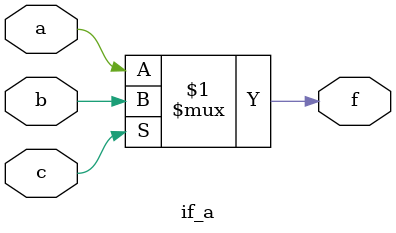
<source format=sv>
`timescale 1ns / 1ps


module if_a(
    input a, //right most switch SW[0]
    input b, // next to the right SW[1]
    input c, // 2 from the right SW[2]
    output f // right most LED[0]
    );

	assign f = c ? b : a; // if c=0 then b else a

endmodule

</source>
